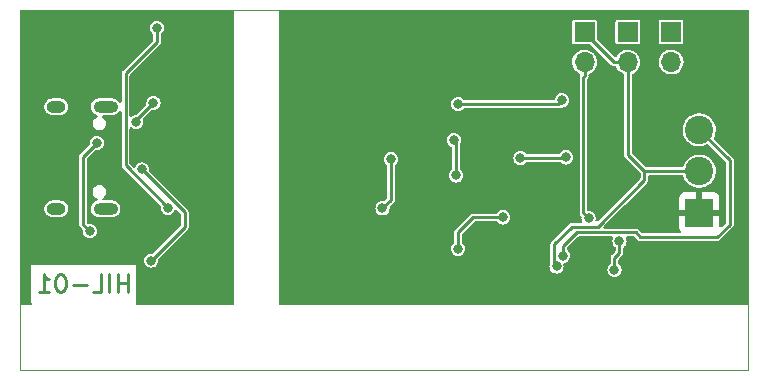
<source format=gbr>
%TF.GenerationSoftware,KiCad,Pcbnew,6.0.11-2627ca5db0~126~ubuntu20.04.1*%
%TF.CreationDate,2024-02-25T19:04:41-05:00*%
%TF.ProjectId,hil01,68696c30-312e-46b6-9963-61645f706362,rev?*%
%TF.SameCoordinates,Original*%
%TF.FileFunction,Copper,L2,Bot*%
%TF.FilePolarity,Positive*%
%FSLAX46Y46*%
G04 Gerber Fmt 4.6, Leading zero omitted, Abs format (unit mm)*
G04 Created by KiCad (PCBNEW 6.0.11-2627ca5db0~126~ubuntu20.04.1) date 2024-02-25 19:04:41*
%MOMM*%
%LPD*%
G01*
G04 APERTURE LIST*
%TA.AperFunction,Profile*%
%ADD10C,0.100000*%
%TD*%
%ADD11C,0.250000*%
%TA.AperFunction,NonConductor*%
%ADD12C,0.250000*%
%TD*%
%TA.AperFunction,ComponentPad*%
%ADD13R,2.400000X2.400000*%
%TD*%
%TA.AperFunction,ComponentPad*%
%ADD14C,2.400000*%
%TD*%
%TA.AperFunction,ComponentPad*%
%ADD15O,1.600000X1.000000*%
%TD*%
%TA.AperFunction,ComponentPad*%
%ADD16O,2.100000X1.000000*%
%TD*%
%TA.AperFunction,ComponentPad*%
%ADD17R,1.700000X1.700000*%
%TD*%
%TA.AperFunction,ComponentPad*%
%ADD18O,1.700000X1.700000*%
%TD*%
%TA.AperFunction,ViaPad*%
%ADD19C,0.800000*%
%TD*%
%TA.AperFunction,Conductor*%
%ADD20C,0.250000*%
%TD*%
G04 APERTURE END LIST*
D10*
X100000000Y-130500000D02*
X161680000Y-130500000D01*
X100000000Y-100000000D02*
X100000000Y-130500000D01*
X161680000Y-130500000D02*
X161680000Y-100000000D01*
X100000000Y-100000000D02*
X161680000Y-100000000D01*
D11*
D12*
X109160000Y-123868571D02*
X109160000Y-122368571D01*
X109160000Y-123082857D02*
X108302857Y-123082857D01*
X108302857Y-123868571D02*
X108302857Y-122368571D01*
X107588571Y-123868571D02*
X107588571Y-122368571D01*
X106160000Y-123868571D02*
X106874285Y-123868571D01*
X106874285Y-122368571D01*
X105660000Y-123297142D02*
X104517142Y-123297142D01*
X103517142Y-122368571D02*
X103374285Y-122368571D01*
X103231428Y-122440000D01*
X103160000Y-122511428D01*
X103088571Y-122654285D01*
X103017142Y-122940000D01*
X103017142Y-123297142D01*
X103088571Y-123582857D01*
X103160000Y-123725714D01*
X103231428Y-123797142D01*
X103374285Y-123868571D01*
X103517142Y-123868571D01*
X103660000Y-123797142D01*
X103731428Y-123725714D01*
X103802857Y-123582857D01*
X103874285Y-123297142D01*
X103874285Y-122940000D01*
X103802857Y-122654285D01*
X103731428Y-122511428D01*
X103660000Y-122440000D01*
X103517142Y-122368571D01*
X101588571Y-123868571D02*
X102445714Y-123868571D01*
X102017142Y-123868571D02*
X102017142Y-122368571D01*
X102160000Y-122582857D01*
X102302857Y-122725714D01*
X102445714Y-122797142D01*
D13*
%TO.P,J2,1,Pin_1*%
%TO.N,GND2*%
X157532400Y-117139600D03*
D14*
%TO.P,J2,2,Pin_2*%
%TO.N,/RS485_A*%
X157532400Y-113639600D03*
%TO.P,J2,3,Pin_3*%
%TO.N,/RS485_B*%
X157532400Y-110139600D03*
%TD*%
D15*
%TO.P,J1,S1,SHIELD*%
%TO.N,unconnected-(J1-PadS1)*%
X103090000Y-108180000D03*
D16*
X107270000Y-108180000D03*
X107270000Y-116820000D03*
D15*
X103090000Y-116820000D03*
%TD*%
D17*
%TO.P,JP1,1,A*%
%TO.N,/RS485_A*%
X147828000Y-101854000D03*
D18*
%TO.P,JP1,2,B*%
%TO.N,Net-(JP1-Pad2)*%
X147828000Y-104394000D03*
%TD*%
D17*
%TO.P,JP2,1,A*%
%TO.N,Net-(JP2-Pad1)*%
X151485600Y-101854000D03*
D18*
%TO.P,JP2,2,B*%
%TO.N,/RS485_A*%
X151485600Y-104394000D03*
%TD*%
D17*
%TO.P,JP3,1,A*%
%TO.N,/RS485_B*%
X155143200Y-101854000D03*
D18*
%TO.P,JP3,2,B*%
%TO.N,Net-(JP3-Pad2)*%
X155143200Y-104394000D03*
%TD*%
D19*
%TO.N,Net-(C1-Pad1)*%
X109867100Y-109474000D03*
X111316100Y-107848400D03*
%TO.N,GND1*%
X117703600Y-100482400D03*
X117703600Y-108813600D03*
X117652800Y-115671600D03*
X100482400Y-100482400D03*
X109169200Y-117805200D03*
X109169200Y-119532400D03*
X100482400Y-124510800D03*
X100482400Y-118313200D03*
X100482400Y-106680000D03*
X110286800Y-124510800D03*
X106781600Y-100482400D03*
X117703600Y-124510800D03*
%TO.N,Net-(C2-Pad1)*%
X112532200Y-116728200D03*
X111607600Y-101498400D03*
%TO.N,GND2*%
X135534400Y-124460000D03*
X161188400Y-100482400D03*
X161188400Y-124460000D03*
X135534400Y-100482400D03*
X145542000Y-124460000D03*
X122377200Y-100431600D03*
X122428000Y-108864400D03*
X161188400Y-107035600D03*
X122377200Y-124460000D03*
X122428000Y-115671600D03*
X161188400Y-120192800D03*
X145542000Y-100482400D03*
%TO.N,Net-(C7-Pad1)*%
X136956800Y-113995200D03*
X136753600Y-110998000D03*
%TO.N,Net-(J1-PadA6)*%
X111121300Y-121205900D03*
X110339900Y-113494100D03*
%TO.N,Net-(J1-PadA7)*%
X106527600Y-111252000D03*
X105918000Y-118719600D03*
%TO.N,/TX*%
X146253200Y-112471200D03*
X142392400Y-112522000D03*
X140919099Y-117551099D03*
X137109200Y-120192800D03*
%TO.N,/RX*%
X145897600Y-107645200D03*
X137122500Y-107950000D03*
%TO.N,Net-(R5-Pad1)*%
X131437738Y-112631986D03*
X130708400Y-116789200D03*
%TO.N,Net-(JP1-Pad2)*%
X148157800Y-117602000D03*
X150354700Y-121970800D03*
X150774400Y-119545700D03*
%TO.N,/RS485_B*%
X145997900Y-120784900D03*
%TO.N,/RS485_A*%
X145450800Y-121706100D03*
%TD*%
D20*
%TO.N,Net-(C1-Pad1)*%
X109867100Y-109474000D02*
X109867100Y-109297400D01*
X109867100Y-109297400D02*
X111316100Y-107848400D01*
%TO.N,GND1*%
X109169200Y-119532400D02*
X109169200Y-117805200D01*
%TO.N,Net-(C2-Pad1)*%
X112532200Y-116728200D02*
X108958200Y-113154200D01*
X108958200Y-113154200D02*
X108958200Y-105367000D01*
X108958200Y-105367000D02*
X111607600Y-102717600D01*
X111607600Y-102717600D02*
X111607600Y-101498400D01*
%TO.N,Net-(C7-Pad1)*%
X136956800Y-111201200D02*
X136753600Y-110998000D01*
X136956800Y-113995200D02*
X136956800Y-111201200D01*
%TO.N,Net-(J1-PadA6)*%
X111121300Y-121205900D02*
X113965200Y-118362000D01*
X113965200Y-118362000D02*
X113965200Y-117119400D01*
X113965200Y-117119400D02*
X110339900Y-113494100D01*
%TO.N,Net-(J1-PadA7)*%
X105918000Y-118719600D02*
X105359200Y-118160800D01*
X105359200Y-118160800D02*
X105359200Y-112420400D01*
X105359200Y-112420400D02*
X106527600Y-111252000D01*
%TO.N,/TX*%
X140919099Y-117551099D02*
X138379301Y-117551099D01*
X146202400Y-112522000D02*
X146253200Y-112471200D01*
X137109200Y-118821200D02*
X137109200Y-120192800D01*
X142392400Y-112522000D02*
X146202400Y-112522000D01*
X138379301Y-117551099D02*
X137109200Y-118821200D01*
%TO.N,/RX*%
X145592800Y-107950000D02*
X145897600Y-107645200D01*
X137122500Y-107950000D02*
X145592800Y-107950000D01*
%TO.N,Net-(R5-Pad1)*%
X131437738Y-116059862D02*
X130708400Y-116789200D01*
X131437738Y-112631986D02*
X131437738Y-116059862D01*
%TO.N,Net-(JP1-Pad2)*%
X147726400Y-105670900D02*
X147828000Y-105569300D01*
X147726400Y-117170600D02*
X147726400Y-105670900D01*
X150354700Y-120968100D02*
X150774400Y-120548400D01*
X147828000Y-105569300D02*
X147828000Y-104394000D01*
X150354700Y-121970800D02*
X150354700Y-120968100D01*
X148157800Y-117602000D02*
X147726400Y-117170600D01*
X150774400Y-120548400D02*
X150774400Y-119545700D01*
%TO.N,/RS485_B*%
X160121600Y-118160800D02*
X160121600Y-112728800D01*
X147168100Y-118820700D02*
X152145500Y-118820700D01*
X160121600Y-112728800D02*
X157532400Y-110139600D01*
X159054800Y-119227600D02*
X160121600Y-118160800D01*
X145997900Y-119990900D02*
X147168100Y-118820700D01*
X152552400Y-119227600D02*
X159054800Y-119227600D01*
X152145500Y-118820700D02*
X152552400Y-119227600D01*
X145997900Y-120784900D02*
X145997900Y-119990900D01*
%TO.N,/RS485_A*%
X151485600Y-104394000D02*
X151485600Y-112237900D01*
X145260700Y-121516000D02*
X145450800Y-121706100D01*
X148931400Y-118327000D02*
X146747400Y-118327000D01*
X145260700Y-119813700D02*
X145260700Y-121516000D01*
X151485600Y-112237900D02*
X152887300Y-113639600D01*
X152887300Y-114371100D02*
X148931400Y-118327000D01*
X146747400Y-118327000D02*
X145260700Y-119813700D01*
X151485600Y-104394000D02*
X150310300Y-104394000D01*
X152887300Y-113639600D02*
X152887300Y-114371100D01*
X152887300Y-113639600D02*
X157532400Y-113639600D01*
X147828000Y-101911700D02*
X147828000Y-101854000D01*
X150310300Y-104394000D02*
X147828000Y-101911700D01*
%TD*%
%TA.AperFunction,Conductor*%
%TO.N,GND1*%
G36*
X118052121Y-100021002D02*
G01*
X118098614Y-100074658D01*
X118110000Y-100127000D01*
X118110000Y-124864749D01*
X118089998Y-124932870D01*
X118036342Y-124979363D01*
X117984066Y-124990749D01*
X115352660Y-124992102D01*
X109930418Y-124994891D01*
X109862287Y-124974924D01*
X109815766Y-124921292D01*
X109805626Y-124851023D01*
X109835128Y-124786379D01*
X109835890Y-124785500D01*
X109842643Y-124785500D01*
X109842643Y-121594500D01*
X100977357Y-121594500D01*
X100977357Y-124785500D01*
X100982676Y-124785500D01*
X100983685Y-124788938D01*
X101015242Y-124838040D01*
X101015242Y-124909036D01*
X100976859Y-124968763D01*
X100912279Y-124998256D01*
X100894411Y-124999539D01*
X100127065Y-124999934D01*
X100058934Y-124979967D01*
X100012413Y-124926335D01*
X100001000Y-124873934D01*
X100001000Y-118189607D01*
X105029936Y-118189607D01*
X105032790Y-118200256D01*
X105039691Y-118226010D01*
X105042070Y-118236742D01*
X105048612Y-118273845D01*
X105054123Y-118283390D01*
X105055315Y-118286666D01*
X105056792Y-118289834D01*
X105059646Y-118300484D01*
X105065970Y-118309515D01*
X105081255Y-118331344D01*
X105087161Y-118340615D01*
X105094469Y-118353272D01*
X105106006Y-118373255D01*
X105134882Y-118397485D01*
X105142985Y-118404911D01*
X105285291Y-118547217D01*
X105319317Y-118609529D01*
X105321118Y-118652757D01*
X105312318Y-118719600D01*
X105332956Y-118876362D01*
X105393464Y-119022441D01*
X105489718Y-119147882D01*
X105615159Y-119244136D01*
X105761238Y-119304644D01*
X105918000Y-119325282D01*
X105926188Y-119324204D01*
X106066574Y-119305722D01*
X106074762Y-119304644D01*
X106220841Y-119244136D01*
X106346282Y-119147882D01*
X106442536Y-119022441D01*
X106503044Y-118876362D01*
X106523682Y-118719600D01*
X106503044Y-118562838D01*
X106442536Y-118416759D01*
X106346282Y-118291318D01*
X106220841Y-118195064D01*
X106074762Y-118134556D01*
X105918000Y-118113918D01*
X105851157Y-118122718D01*
X105781010Y-118111779D01*
X105745617Y-118086891D01*
X105721605Y-118062879D01*
X105687579Y-118000567D01*
X105684700Y-117973784D01*
X105684700Y-116901105D01*
X106019031Y-116901105D01*
X106020805Y-116908492D01*
X106020805Y-116908496D01*
X106037904Y-116979716D01*
X106058612Y-117065968D01*
X106062093Y-117072712D01*
X106062094Y-117072715D01*
X106096357Y-117139098D01*
X106136375Y-117216631D01*
X106141367Y-117222353D01*
X106141368Y-117222355D01*
X106163486Y-117247709D01*
X106247831Y-117344396D01*
X106254045Y-117348763D01*
X106380330Y-117437518D01*
X106380332Y-117437519D01*
X106386547Y-117441887D01*
X106544513Y-117503476D01*
X106552046Y-117504468D01*
X106552047Y-117504468D01*
X106669739Y-117519962D01*
X106673826Y-117520500D01*
X107862516Y-117520500D01*
X107988320Y-117505276D01*
X108146923Y-117445345D01*
X108286651Y-117349312D01*
X108301359Y-117332804D01*
X108394388Y-117228392D01*
X108394390Y-117228388D01*
X108399440Y-117222721D01*
X108406238Y-117209883D01*
X108449531Y-117128116D01*
X108478776Y-117072881D01*
X108520081Y-116908441D01*
X108520149Y-116895576D01*
X108520929Y-116746495D01*
X108520969Y-116738895D01*
X108518402Y-116728200D01*
X108483161Y-116581417D01*
X108481388Y-116574032D01*
X108403625Y-116423369D01*
X108398313Y-116417279D01*
X108297163Y-116301329D01*
X108292169Y-116295604D01*
X108233649Y-116254475D01*
X108159670Y-116202482D01*
X108159668Y-116202481D01*
X108153453Y-116198113D01*
X107995487Y-116136524D01*
X107987954Y-116135532D01*
X107987953Y-116135532D01*
X107870261Y-116120038D01*
X107870260Y-116120038D01*
X107866174Y-116119500D01*
X107105482Y-116119500D01*
X107037361Y-116099498D01*
X106990868Y-116045842D01*
X106980764Y-115975568D01*
X107010258Y-115910988D01*
X107031077Y-115893798D01*
X107030233Y-115892698D01*
X107143901Y-115805477D01*
X107150451Y-115800451D01*
X107242698Y-115680233D01*
X107300687Y-115540236D01*
X107320466Y-115390000D01*
X107300687Y-115239764D01*
X107242698Y-115099767D01*
X107150451Y-114979549D01*
X107030233Y-114887302D01*
X106890236Y-114829313D01*
X106777720Y-114814500D01*
X106702280Y-114814500D01*
X106589764Y-114829313D01*
X106449767Y-114887302D01*
X106329549Y-114979549D01*
X106237302Y-115099767D01*
X106179313Y-115239764D01*
X106159534Y-115390000D01*
X106179313Y-115540236D01*
X106237302Y-115680233D01*
X106329549Y-115800451D01*
X106449767Y-115892698D01*
X106509928Y-115917617D01*
X106565207Y-115962166D01*
X106587628Y-116029529D01*
X106570069Y-116098321D01*
X106518107Y-116146699D01*
X106506245Y-116151892D01*
X106393077Y-116194655D01*
X106253349Y-116290688D01*
X106248297Y-116296358D01*
X106248296Y-116296359D01*
X106145612Y-116411608D01*
X106145610Y-116411612D01*
X106140560Y-116417279D01*
X106137008Y-116423988D01*
X106137007Y-116423989D01*
X106104746Y-116484920D01*
X106061224Y-116567119D01*
X106019919Y-116731559D01*
X106019879Y-116739157D01*
X106019879Y-116739159D01*
X106019475Y-116816332D01*
X106019031Y-116901105D01*
X105684700Y-116901105D01*
X105684700Y-112607416D01*
X105704702Y-112539295D01*
X105721605Y-112518321D01*
X106355217Y-111884709D01*
X106417529Y-111850683D01*
X106460757Y-111848882D01*
X106527600Y-111857682D01*
X106535788Y-111856604D01*
X106676174Y-111838122D01*
X106684362Y-111837044D01*
X106830441Y-111776536D01*
X106955882Y-111680282D01*
X107052136Y-111554841D01*
X107112644Y-111408762D01*
X107133282Y-111252000D01*
X107112644Y-111095238D01*
X107052136Y-110949159D01*
X106955882Y-110823718D01*
X106830441Y-110727464D01*
X106684362Y-110666956D01*
X106527600Y-110646318D01*
X106370838Y-110666956D01*
X106224759Y-110727464D01*
X106099318Y-110823718D01*
X106003064Y-110949159D01*
X105942556Y-111095238D01*
X105921918Y-111252000D01*
X105922996Y-111260188D01*
X105930718Y-111318842D01*
X105919779Y-111388990D01*
X105894891Y-111424383D01*
X105142985Y-112176289D01*
X105134881Y-112183716D01*
X105106006Y-112207945D01*
X105100493Y-112217494D01*
X105087161Y-112240585D01*
X105081255Y-112249856D01*
X105059646Y-112280716D01*
X105056792Y-112291366D01*
X105055315Y-112294534D01*
X105054123Y-112297810D01*
X105048612Y-112307355D01*
X105042662Y-112341099D01*
X105042070Y-112344458D01*
X105039692Y-112355185D01*
X105029936Y-112391593D01*
X105030897Y-112402578D01*
X105030897Y-112402580D01*
X105033220Y-112429128D01*
X105033700Y-112440110D01*
X105033700Y-118141090D01*
X105033220Y-118152072D01*
X105029936Y-118189607D01*
X100001000Y-118189607D01*
X100001000Y-116901105D01*
X102089031Y-116901105D01*
X102090805Y-116908492D01*
X102090805Y-116908496D01*
X102107904Y-116979716D01*
X102128612Y-117065968D01*
X102132093Y-117072712D01*
X102132094Y-117072715D01*
X102166357Y-117139098D01*
X102206375Y-117216631D01*
X102211367Y-117222353D01*
X102211368Y-117222355D01*
X102233486Y-117247709D01*
X102317831Y-117344396D01*
X102324045Y-117348763D01*
X102450330Y-117437518D01*
X102450332Y-117437519D01*
X102456547Y-117441887D01*
X102614513Y-117503476D01*
X102622046Y-117504468D01*
X102622047Y-117504468D01*
X102739739Y-117519962D01*
X102743826Y-117520500D01*
X103432516Y-117520500D01*
X103558320Y-117505276D01*
X103716923Y-117445345D01*
X103856651Y-117349312D01*
X103871359Y-117332804D01*
X103964388Y-117228392D01*
X103964390Y-117228388D01*
X103969440Y-117222721D01*
X103976238Y-117209883D01*
X104019531Y-117128116D01*
X104048776Y-117072881D01*
X104090081Y-116908441D01*
X104090149Y-116895576D01*
X104090929Y-116746495D01*
X104090969Y-116738895D01*
X104088402Y-116728200D01*
X104053161Y-116581417D01*
X104051388Y-116574032D01*
X103973625Y-116423369D01*
X103968313Y-116417279D01*
X103867163Y-116301329D01*
X103862169Y-116295604D01*
X103803649Y-116254475D01*
X103729670Y-116202482D01*
X103729668Y-116202481D01*
X103723453Y-116198113D01*
X103565487Y-116136524D01*
X103557954Y-116135532D01*
X103557953Y-116135532D01*
X103440261Y-116120038D01*
X103440260Y-116120038D01*
X103436174Y-116119500D01*
X102747484Y-116119500D01*
X102621680Y-116134724D01*
X102463077Y-116194655D01*
X102323349Y-116290688D01*
X102318297Y-116296358D01*
X102318296Y-116296359D01*
X102215612Y-116411608D01*
X102215610Y-116411612D01*
X102210560Y-116417279D01*
X102207008Y-116423988D01*
X102207007Y-116423989D01*
X102174746Y-116484920D01*
X102131224Y-116567119D01*
X102089919Y-116731559D01*
X102089879Y-116739157D01*
X102089879Y-116739159D01*
X102089475Y-116816332D01*
X102089031Y-116901105D01*
X100001000Y-116901105D01*
X100001000Y-108261105D01*
X102089031Y-108261105D01*
X102090805Y-108268492D01*
X102090805Y-108268496D01*
X102125220Y-108411838D01*
X102128612Y-108425968D01*
X102132093Y-108432712D01*
X102132094Y-108432715D01*
X102157072Y-108481109D01*
X102206375Y-108576631D01*
X102211367Y-108582353D01*
X102211368Y-108582355D01*
X102216637Y-108588395D01*
X102317831Y-108704396D01*
X102324045Y-108708763D01*
X102450330Y-108797518D01*
X102450332Y-108797519D01*
X102456547Y-108801887D01*
X102614513Y-108863476D01*
X102622046Y-108864468D01*
X102622047Y-108864468D01*
X102729682Y-108878638D01*
X102743826Y-108880500D01*
X103432516Y-108880500D01*
X103558320Y-108865276D01*
X103716923Y-108805345D01*
X103856651Y-108709312D01*
X103911660Y-108647572D01*
X103964388Y-108588392D01*
X103964390Y-108588388D01*
X103969440Y-108582721D01*
X103976238Y-108569883D01*
X104023241Y-108481109D01*
X104048776Y-108432881D01*
X104090081Y-108268441D01*
X104090119Y-108261105D01*
X106019031Y-108261105D01*
X106020805Y-108268492D01*
X106020805Y-108268496D01*
X106055220Y-108411838D01*
X106058612Y-108425968D01*
X106062093Y-108432712D01*
X106062094Y-108432715D01*
X106087072Y-108481109D01*
X106136375Y-108576631D01*
X106141367Y-108582353D01*
X106141368Y-108582355D01*
X106146637Y-108588395D01*
X106247831Y-108704396D01*
X106254045Y-108708763D01*
X106380330Y-108797518D01*
X106380332Y-108797519D01*
X106386547Y-108801887D01*
X106393623Y-108804646D01*
X106393627Y-108804648D01*
X106506912Y-108848816D01*
X106563114Y-108892197D01*
X106586940Y-108959076D01*
X106570826Y-109028220D01*
X106519889Y-109077676D01*
X106509367Y-109082615D01*
X106449767Y-109107302D01*
X106329549Y-109199549D01*
X106237302Y-109319767D01*
X106179313Y-109459764D01*
X106159534Y-109610000D01*
X106179313Y-109760236D01*
X106237302Y-109900233D01*
X106329549Y-110020451D01*
X106449767Y-110112698D01*
X106589764Y-110170687D01*
X106702280Y-110185500D01*
X106777720Y-110185500D01*
X106890236Y-110170687D01*
X107030233Y-110112698D01*
X107150451Y-110020451D01*
X107242698Y-109900233D01*
X107300687Y-109760236D01*
X107320466Y-109610000D01*
X107300687Y-109459764D01*
X107242698Y-109319767D01*
X107150451Y-109199549D01*
X107030233Y-109107302D01*
X107032159Y-109104792D01*
X106993490Y-109064239D01*
X106980052Y-108994526D01*
X107006438Y-108928614D01*
X107064269Y-108887431D01*
X107105482Y-108880500D01*
X107862516Y-108880500D01*
X107988320Y-108865276D01*
X108146923Y-108805345D01*
X108286651Y-108709312D01*
X108399440Y-108582721D01*
X108402994Y-108576009D01*
X108403237Y-108575659D01*
X108458541Y-108531139D01*
X108529135Y-108523585D01*
X108592605Y-108555397D01*
X108628802Y-108616473D01*
X108632700Y-108647572D01*
X108632700Y-113134490D01*
X108632220Y-113145472D01*
X108628936Y-113183007D01*
X108631790Y-113193656D01*
X108638691Y-113219410D01*
X108641070Y-113230142D01*
X108647612Y-113267245D01*
X108653123Y-113276790D01*
X108654315Y-113280066D01*
X108655792Y-113283234D01*
X108658646Y-113293884D01*
X108680255Y-113324744D01*
X108686161Y-113334015D01*
X108688080Y-113337338D01*
X108705006Y-113366655D01*
X108713451Y-113373741D01*
X108733882Y-113390885D01*
X108741985Y-113398311D01*
X111899491Y-116555818D01*
X111933517Y-116618130D01*
X111935318Y-116661358D01*
X111926518Y-116728200D01*
X111947156Y-116884962D01*
X112007664Y-117031041D01*
X112103918Y-117156482D01*
X112229359Y-117252736D01*
X112375438Y-117313244D01*
X112532200Y-117333882D01*
X112540388Y-117332804D01*
X112680774Y-117314322D01*
X112688962Y-117313244D01*
X112835041Y-117252736D01*
X112960482Y-117156482D01*
X113056736Y-117031041D01*
X113089950Y-116950856D01*
X113134497Y-116895576D01*
X113201860Y-116873155D01*
X113270652Y-116890713D01*
X113295453Y-116909979D01*
X113450991Y-117065518D01*
X113602796Y-117217323D01*
X113636821Y-117279635D01*
X113639700Y-117306418D01*
X113639700Y-118174984D01*
X113619698Y-118243105D01*
X113602795Y-118264079D01*
X111293683Y-120573191D01*
X111231371Y-120607217D01*
X111188143Y-120609018D01*
X111121300Y-120600218D01*
X110964538Y-120620856D01*
X110818459Y-120681364D01*
X110693018Y-120777618D01*
X110596764Y-120903059D01*
X110536256Y-121049138D01*
X110515618Y-121205900D01*
X110536256Y-121362662D01*
X110596764Y-121508741D01*
X110693018Y-121634182D01*
X110818459Y-121730436D01*
X110964538Y-121790944D01*
X111121300Y-121811582D01*
X111129488Y-121810504D01*
X111269874Y-121792022D01*
X111278062Y-121790944D01*
X111424141Y-121730436D01*
X111549582Y-121634182D01*
X111645836Y-121508741D01*
X111706344Y-121362662D01*
X111726982Y-121205900D01*
X111718182Y-121139057D01*
X111729121Y-121068910D01*
X111754009Y-121033517D01*
X114181415Y-118606111D01*
X114189519Y-118598684D01*
X114209949Y-118581541D01*
X114218394Y-118574455D01*
X114225101Y-118562838D01*
X114237239Y-118541815D01*
X114243145Y-118532544D01*
X114258430Y-118510715D01*
X114264754Y-118501684D01*
X114267608Y-118491034D01*
X114269085Y-118487866D01*
X114270277Y-118484590D01*
X114275788Y-118475045D01*
X114282330Y-118437942D01*
X114284709Y-118427210D01*
X114285465Y-118424389D01*
X114294464Y-118390807D01*
X114292929Y-118373255D01*
X114291180Y-118353272D01*
X114290700Y-118342290D01*
X114290700Y-117139098D01*
X114291180Y-117128116D01*
X114293502Y-117101580D01*
X114293502Y-117101578D01*
X114294463Y-117090593D01*
X114291515Y-117079589D01*
X114284712Y-117054204D01*
X114282332Y-117043469D01*
X114277702Y-117017212D01*
X114275788Y-117006355D01*
X114270276Y-116996807D01*
X114269083Y-116993530D01*
X114267606Y-116990362D01*
X114264753Y-116979716D01*
X114243142Y-116948852D01*
X114237238Y-116939584D01*
X114218394Y-116906945D01*
X114189531Y-116882726D01*
X114181427Y-116875300D01*
X110972609Y-113666483D01*
X110938583Y-113604171D01*
X110936782Y-113560942D01*
X110944504Y-113502288D01*
X110945582Y-113494100D01*
X110928804Y-113366655D01*
X110926022Y-113345526D01*
X110924944Y-113337338D01*
X110921596Y-113329254D01*
X110914581Y-113312320D01*
X110864436Y-113191259D01*
X110768182Y-113065818D01*
X110755751Y-113056279D01*
X110707655Y-113019374D01*
X110642741Y-112969564D01*
X110496662Y-112909056D01*
X110339900Y-112888418D01*
X110183138Y-112909056D01*
X110037059Y-112969564D01*
X109972145Y-113019374D01*
X109924050Y-113056279D01*
X109911618Y-113065818D01*
X109815364Y-113191259D01*
X109812204Y-113198888D01*
X109812201Y-113198893D01*
X109782149Y-113271444D01*
X109737601Y-113326725D01*
X109670237Y-113349145D01*
X109601446Y-113331586D01*
X109576646Y-113312320D01*
X109320605Y-113056279D01*
X109286579Y-112993967D01*
X109283700Y-112967184D01*
X109283700Y-110038759D01*
X109303702Y-109970638D01*
X109357358Y-109924145D01*
X109427632Y-109914041D01*
X109486404Y-109938796D01*
X109564259Y-109998536D01*
X109710338Y-110059044D01*
X109867100Y-110079682D01*
X109875288Y-110078604D01*
X110015674Y-110060122D01*
X110023862Y-110059044D01*
X110169941Y-109998536D01*
X110295382Y-109902282D01*
X110391636Y-109776841D01*
X110452144Y-109630762D01*
X110472782Y-109474000D01*
X110452144Y-109317238D01*
X110448984Y-109309610D01*
X110448983Y-109309605D01*
X110442023Y-109292802D01*
X110434434Y-109222212D01*
X110469337Y-109155490D01*
X111143718Y-108481109D01*
X111206030Y-108447083D01*
X111249258Y-108445282D01*
X111316100Y-108454082D01*
X111324288Y-108453004D01*
X111464674Y-108434522D01*
X111472862Y-108433444D01*
X111618941Y-108372936D01*
X111744382Y-108276682D01*
X111840636Y-108151241D01*
X111901144Y-108005162D01*
X111921782Y-107848400D01*
X111901144Y-107691638D01*
X111840636Y-107545559D01*
X111744382Y-107420118D01*
X111618941Y-107323864D01*
X111472862Y-107263356D01*
X111316100Y-107242718D01*
X111159338Y-107263356D01*
X111013259Y-107323864D01*
X110887818Y-107420118D01*
X110791564Y-107545559D01*
X110731056Y-107691638D01*
X110710418Y-107848400D01*
X110719218Y-107915241D01*
X110708279Y-107985388D01*
X110683392Y-108020781D01*
X109861363Y-108842811D01*
X109799050Y-108876836D01*
X109788717Y-108878637D01*
X109730281Y-108886330D01*
X109721922Y-108887431D01*
X109710338Y-108888956D01*
X109702709Y-108892116D01*
X109692047Y-108896532D01*
X109564259Y-108949464D01*
X109505533Y-108994526D01*
X109486404Y-109009204D01*
X109420183Y-109034804D01*
X109350635Y-109020539D01*
X109299839Y-108970938D01*
X109283700Y-108909241D01*
X109283700Y-105554016D01*
X109303702Y-105485895D01*
X109320605Y-105464921D01*
X111823822Y-102961705D01*
X111831926Y-102954278D01*
X111852349Y-102937141D01*
X111860794Y-102930055D01*
X111879639Y-102897415D01*
X111885543Y-102888147D01*
X111900831Y-102866313D01*
X111907153Y-102857284D01*
X111910006Y-102846638D01*
X111911483Y-102843470D01*
X111912676Y-102840193D01*
X111918188Y-102830645D01*
X111924732Y-102793531D01*
X111927112Y-102782796D01*
X111934010Y-102757054D01*
X111936863Y-102746407D01*
X111933579Y-102708869D01*
X111933100Y-102697888D01*
X111933100Y-102067686D01*
X111953102Y-101999565D01*
X111982396Y-101967723D01*
X112029336Y-101931705D01*
X112035882Y-101926682D01*
X112132136Y-101801241D01*
X112192644Y-101655162D01*
X112213282Y-101498400D01*
X112192644Y-101341638D01*
X112132136Y-101195559D01*
X112035882Y-101070118D01*
X111910441Y-100973864D01*
X111764362Y-100913356D01*
X111607600Y-100892718D01*
X111450838Y-100913356D01*
X111304759Y-100973864D01*
X111179318Y-101070118D01*
X111083064Y-101195559D01*
X111022556Y-101341638D01*
X111001918Y-101498400D01*
X111022556Y-101655162D01*
X111083064Y-101801241D01*
X111179318Y-101926682D01*
X111185864Y-101931705D01*
X111232804Y-101967723D01*
X111274671Y-102025061D01*
X111282100Y-102067686D01*
X111282100Y-102530583D01*
X111262098Y-102598704D01*
X111245195Y-102619678D01*
X108741984Y-105122890D01*
X108733881Y-105130316D01*
X108705006Y-105154545D01*
X108699493Y-105164094D01*
X108686161Y-105187185D01*
X108680255Y-105196456D01*
X108658646Y-105227316D01*
X108655792Y-105237966D01*
X108654315Y-105241134D01*
X108653123Y-105244410D01*
X108647612Y-105253955D01*
X108641662Y-105287699D01*
X108641070Y-105291058D01*
X108638692Y-105301785D01*
X108628936Y-105338193D01*
X108629897Y-105349178D01*
X108629897Y-105349180D01*
X108632220Y-105375728D01*
X108632700Y-105386710D01*
X108632700Y-107712497D01*
X108612698Y-107780618D01*
X108559042Y-107827111D01*
X108488768Y-107837215D01*
X108424188Y-107807721D01*
X108405137Y-107786299D01*
X108403625Y-107783369D01*
X108292169Y-107655604D01*
X108233649Y-107614475D01*
X108159670Y-107562482D01*
X108159668Y-107562481D01*
X108153453Y-107558113D01*
X107995487Y-107496524D01*
X107987954Y-107495532D01*
X107987953Y-107495532D01*
X107870261Y-107480038D01*
X107870260Y-107480038D01*
X107866174Y-107479500D01*
X106677484Y-107479500D01*
X106551680Y-107494724D01*
X106393077Y-107554655D01*
X106253349Y-107650688D01*
X106248297Y-107656358D01*
X106248296Y-107656359D01*
X106145612Y-107771608D01*
X106145610Y-107771612D01*
X106140560Y-107777279D01*
X106137008Y-107783988D01*
X106137007Y-107783989D01*
X106124442Y-107807721D01*
X106061224Y-107927119D01*
X106019919Y-108091559D01*
X106019031Y-108261105D01*
X104090119Y-108261105D01*
X104090969Y-108098895D01*
X104066500Y-107996974D01*
X104053161Y-107941417D01*
X104051388Y-107934032D01*
X104041689Y-107915239D01*
X103977108Y-107790117D01*
X103977108Y-107790116D01*
X103973625Y-107783369D01*
X103968313Y-107777279D01*
X103867163Y-107661329D01*
X103862169Y-107655604D01*
X103803649Y-107614475D01*
X103729670Y-107562482D01*
X103729668Y-107562481D01*
X103723453Y-107558113D01*
X103565487Y-107496524D01*
X103557954Y-107495532D01*
X103557953Y-107495532D01*
X103440261Y-107480038D01*
X103440260Y-107480038D01*
X103436174Y-107479500D01*
X102747484Y-107479500D01*
X102621680Y-107494724D01*
X102463077Y-107554655D01*
X102323349Y-107650688D01*
X102318297Y-107656358D01*
X102318296Y-107656359D01*
X102215612Y-107771608D01*
X102215610Y-107771612D01*
X102210560Y-107777279D01*
X102207008Y-107783988D01*
X102207007Y-107783989D01*
X102194442Y-107807721D01*
X102131224Y-107927119D01*
X102089919Y-108091559D01*
X102089031Y-108261105D01*
X100001000Y-108261105D01*
X100001000Y-100127000D01*
X100021002Y-100058879D01*
X100074658Y-100012386D01*
X100127000Y-100001000D01*
X117984000Y-100001000D01*
X118052121Y-100021002D01*
G37*
%TD.AperFunction*%
%TD*%
%TA.AperFunction,Conductor*%
%TO.N,GND2*%
G36*
X161621121Y-100021002D02*
G01*
X161667614Y-100074658D01*
X161679000Y-100127000D01*
X161679000Y-124842335D01*
X161658998Y-124910456D01*
X161605342Y-124956949D01*
X161553066Y-124968335D01*
X138116705Y-124980392D01*
X122046065Y-124988659D01*
X121977934Y-124968692D01*
X121931413Y-124915060D01*
X121920000Y-124862659D01*
X121920000Y-121706100D01*
X144845118Y-121706100D01*
X144865756Y-121862862D01*
X144926264Y-122008941D01*
X145022518Y-122134382D01*
X145147959Y-122230636D01*
X145294038Y-122291144D01*
X145450800Y-122311782D01*
X145458988Y-122310704D01*
X145599374Y-122292222D01*
X145607562Y-122291144D01*
X145753641Y-122230636D01*
X145879082Y-122134382D01*
X145975336Y-122008941D01*
X146035844Y-121862862D01*
X146056482Y-121706100D01*
X146035844Y-121549338D01*
X146032684Y-121541709D01*
X146030546Y-121533730D01*
X146033000Y-121533073D01*
X146026771Y-121475182D01*
X146058545Y-121411692D01*
X146119600Y-121375460D01*
X146134325Y-121372621D01*
X146154662Y-121369944D01*
X146300741Y-121309436D01*
X146426182Y-121213182D01*
X146522436Y-121087741D01*
X146582944Y-120941662D01*
X146603582Y-120784900D01*
X146582944Y-120628138D01*
X146576921Y-120613596D01*
X146530775Y-120502192D01*
X146522436Y-120482059D01*
X146426182Y-120356618D01*
X146416987Y-120349562D01*
X146372696Y-120315577D01*
X146330829Y-120258239D01*
X146323400Y-120215614D01*
X146323400Y-120177916D01*
X146343402Y-120109795D01*
X146360305Y-120088821D01*
X147266021Y-119183105D01*
X147328333Y-119149079D01*
X147355116Y-119146200D01*
X150101329Y-119146200D01*
X150169450Y-119166202D01*
X150215943Y-119219858D01*
X150226047Y-119290132D01*
X150217738Y-119320418D01*
X150189356Y-119388938D01*
X150188278Y-119397126D01*
X150181065Y-119451918D01*
X150168718Y-119545700D01*
X150189356Y-119702462D01*
X150249864Y-119848541D01*
X150346118Y-119973982D01*
X150352664Y-119979005D01*
X150399604Y-120015023D01*
X150441471Y-120072361D01*
X150448900Y-120114986D01*
X150448900Y-120361382D01*
X150428898Y-120429503D01*
X150411996Y-120450477D01*
X150138478Y-120723996D01*
X150130374Y-120731422D01*
X150101506Y-120755645D01*
X150095993Y-120765194D01*
X150082661Y-120788285D01*
X150076755Y-120797556D01*
X150055146Y-120828416D01*
X150052292Y-120839066D01*
X150050815Y-120842234D01*
X150049623Y-120845510D01*
X150044112Y-120855055D01*
X150038162Y-120888799D01*
X150037570Y-120892158D01*
X150035192Y-120902885D01*
X150025436Y-120939293D01*
X150026397Y-120950278D01*
X150026397Y-120950280D01*
X150028720Y-120976828D01*
X150029200Y-120987810D01*
X150029200Y-121401514D01*
X150009198Y-121469635D01*
X149979904Y-121501477D01*
X149926418Y-121542518D01*
X149830164Y-121667959D01*
X149769656Y-121814038D01*
X149749018Y-121970800D01*
X149769656Y-122127562D01*
X149830164Y-122273641D01*
X149926418Y-122399082D01*
X150051859Y-122495336D01*
X150197938Y-122555844D01*
X150354700Y-122576482D01*
X150362888Y-122575404D01*
X150503274Y-122556922D01*
X150511462Y-122555844D01*
X150657541Y-122495336D01*
X150782982Y-122399082D01*
X150879236Y-122273641D01*
X150939744Y-122127562D01*
X150960382Y-121970800D01*
X150939744Y-121814038D01*
X150879236Y-121667959D01*
X150782982Y-121542518D01*
X150729496Y-121501477D01*
X150687629Y-121444139D01*
X150680200Y-121401514D01*
X150680200Y-121155117D01*
X150700202Y-121086996D01*
X150717105Y-121066021D01*
X150841465Y-120941662D01*
X150990628Y-120792499D01*
X150998732Y-120785073D01*
X150998938Y-120784900D01*
X151027594Y-120760855D01*
X151046439Y-120728215D01*
X151052343Y-120718947D01*
X151067631Y-120697113D01*
X151073953Y-120688084D01*
X151076806Y-120677438D01*
X151078283Y-120674270D01*
X151079476Y-120670993D01*
X151084988Y-120661445D01*
X151091532Y-120624331D01*
X151093912Y-120613596D01*
X151100810Y-120587854D01*
X151103663Y-120577207D01*
X151100379Y-120539669D01*
X151099900Y-120528688D01*
X151099900Y-120114986D01*
X151119902Y-120046865D01*
X151149196Y-120015023D01*
X151196136Y-119979005D01*
X151202682Y-119973982D01*
X151298936Y-119848541D01*
X151359444Y-119702462D01*
X151380082Y-119545700D01*
X151367735Y-119451918D01*
X151360522Y-119397126D01*
X151359444Y-119388938D01*
X151331062Y-119320418D01*
X151323473Y-119249828D01*
X151355252Y-119186341D01*
X151416310Y-119150114D01*
X151447471Y-119146200D01*
X151958483Y-119146200D01*
X152026604Y-119166202D01*
X152047579Y-119183105D01*
X152308301Y-119443828D01*
X152315727Y-119451931D01*
X152339945Y-119480794D01*
X152372584Y-119499638D01*
X152381852Y-119505542D01*
X152412716Y-119527153D01*
X152423362Y-119530006D01*
X152426530Y-119531483D01*
X152429807Y-119532676D01*
X152439355Y-119538188D01*
X152468908Y-119543399D01*
X152476469Y-119544732D01*
X152487203Y-119547112D01*
X152523593Y-119556863D01*
X152534569Y-119555903D01*
X152534572Y-119555903D01*
X152561131Y-119553579D01*
X152572112Y-119553100D01*
X159035090Y-119553100D01*
X159046072Y-119553580D01*
X159072620Y-119555903D01*
X159072622Y-119555903D01*
X159083607Y-119556864D01*
X159120015Y-119547108D01*
X159130742Y-119544730D01*
X159134101Y-119544138D01*
X159167845Y-119538188D01*
X159177390Y-119532677D01*
X159180666Y-119531485D01*
X159183834Y-119530008D01*
X159194484Y-119527154D01*
X159225347Y-119505543D01*
X159234615Y-119499639D01*
X159257706Y-119486307D01*
X159267255Y-119480794D01*
X159291485Y-119451917D01*
X159298911Y-119443815D01*
X160337815Y-118404911D01*
X160345919Y-118397484D01*
X160366349Y-118380341D01*
X160374794Y-118373255D01*
X160387488Y-118351268D01*
X160393639Y-118340615D01*
X160399545Y-118331344D01*
X160414830Y-118309515D01*
X160421154Y-118300484D01*
X160424008Y-118289834D01*
X160425485Y-118286666D01*
X160426677Y-118283390D01*
X160432188Y-118273845D01*
X160438730Y-118236742D01*
X160441109Y-118226010D01*
X160448010Y-118200256D01*
X160450864Y-118189607D01*
X160447580Y-118152072D01*
X160447100Y-118141090D01*
X160447100Y-112748510D01*
X160447580Y-112737528D01*
X160449903Y-112710980D01*
X160449903Y-112710978D01*
X160450864Y-112699993D01*
X160441108Y-112663585D01*
X160438730Y-112652858D01*
X160435685Y-112635591D01*
X160432188Y-112615755D01*
X160426677Y-112606210D01*
X160425485Y-112602934D01*
X160424008Y-112599766D01*
X160421154Y-112589116D01*
X160399545Y-112558256D01*
X160393639Y-112548985D01*
X160380307Y-112525894D01*
X160374794Y-112516345D01*
X160345917Y-112492115D01*
X160337815Y-112484689D01*
X158794111Y-110940985D01*
X158760085Y-110878673D01*
X158765150Y-110807858D01*
X158770249Y-110796063D01*
X158807648Y-110720391D01*
X158839015Y-110656925D01*
X158893228Y-110478491D01*
X158904459Y-110441527D01*
X158904460Y-110441521D01*
X158905963Y-110436575D01*
X158936022Y-110208249D01*
X158937700Y-110139600D01*
X158918830Y-109910078D01*
X158862726Y-109686720D01*
X158770896Y-109475524D01*
X158645805Y-109282163D01*
X158625174Y-109259489D01*
X158494290Y-109115651D01*
X158494289Y-109115650D01*
X158490812Y-109111829D01*
X158486761Y-109108630D01*
X158486757Y-109108626D01*
X158314135Y-108972297D01*
X158314130Y-108972293D01*
X158310081Y-108969096D01*
X158305565Y-108966603D01*
X158305562Y-108966601D01*
X158112989Y-108860295D01*
X158112985Y-108860293D01*
X158108465Y-108857798D01*
X158103596Y-108856074D01*
X158103592Y-108856072D01*
X157896253Y-108782649D01*
X157896249Y-108782648D01*
X157891378Y-108780923D01*
X157886285Y-108780016D01*
X157886282Y-108780015D01*
X157790107Y-108762884D01*
X157664650Y-108740537D01*
X157578202Y-108739481D01*
X157439541Y-108737786D01*
X157439539Y-108737786D01*
X157434371Y-108737723D01*
X157206725Y-108772558D01*
X156987824Y-108844106D01*
X156783549Y-108950445D01*
X156599384Y-109088719D01*
X156440277Y-109255216D01*
X156310499Y-109445463D01*
X156308323Y-109450152D01*
X156308319Y-109450158D01*
X156296545Y-109475524D01*
X156213536Y-109654352D01*
X156151992Y-109876273D01*
X156127519Y-110105265D01*
X156127816Y-110110417D01*
X156127816Y-110110421D01*
X156133264Y-110204896D01*
X156140776Y-110335180D01*
X156141913Y-110340226D01*
X156141914Y-110340232D01*
X156163626Y-110436575D01*
X156191406Y-110559842D01*
X156193348Y-110564624D01*
X156193349Y-110564628D01*
X156276105Y-110768431D01*
X156278049Y-110773218D01*
X156398379Y-110969578D01*
X156549163Y-111143648D01*
X156726353Y-111290754D01*
X156925190Y-111406945D01*
X157140334Y-111489101D01*
X157145400Y-111490132D01*
X157145401Y-111490132D01*
X157246097Y-111510618D01*
X157366007Y-111535014D01*
X157495752Y-111539772D01*
X157590985Y-111543264D01*
X157590989Y-111543264D01*
X157596149Y-111543453D01*
X157601269Y-111542797D01*
X157601271Y-111542797D01*
X157670672Y-111533907D01*
X157824578Y-111514191D01*
X157829526Y-111512706D01*
X157829533Y-111512705D01*
X158040211Y-111449498D01*
X158040210Y-111449498D01*
X158045161Y-111448013D01*
X158189369Y-111377366D01*
X158259342Y-111365359D01*
X158324700Y-111393089D01*
X158333896Y-111401422D01*
X159759195Y-112826721D01*
X159793221Y-112889033D01*
X159796100Y-112915816D01*
X159796100Y-117973784D01*
X159776098Y-118041905D01*
X159759195Y-118062879D01*
X159455495Y-118366579D01*
X159393183Y-118400605D01*
X159322368Y-118395540D01*
X159265532Y-118352993D01*
X159240721Y-118286473D01*
X159240400Y-118277484D01*
X159240400Y-117411715D01*
X159235925Y-117396476D01*
X159234535Y-117395271D01*
X159226852Y-117393600D01*
X155842516Y-117393600D01*
X155827277Y-117398075D01*
X155826072Y-117399465D01*
X155824401Y-117407148D01*
X155824401Y-118384269D01*
X155824771Y-118391090D01*
X155830295Y-118441952D01*
X155833921Y-118457204D01*
X155879076Y-118577654D01*
X155887611Y-118593244D01*
X155968021Y-118700535D01*
X155992868Y-118767042D01*
X155977815Y-118836424D01*
X155927640Y-118886654D01*
X155867194Y-118902100D01*
X152739418Y-118902100D01*
X152671297Y-118882098D01*
X152650323Y-118865196D01*
X152389604Y-118604478D01*
X152382177Y-118596373D01*
X152357955Y-118567506D01*
X152348406Y-118561993D01*
X152325315Y-118548661D01*
X152316044Y-118542755D01*
X152294215Y-118527470D01*
X152285184Y-118521146D01*
X152274534Y-118518292D01*
X152271366Y-118516815D01*
X152268090Y-118515623D01*
X152258545Y-118510112D01*
X152224801Y-118504162D01*
X152221442Y-118503570D01*
X152210715Y-118501192D01*
X152174307Y-118491436D01*
X152163322Y-118492397D01*
X152163320Y-118492397D01*
X152136772Y-118494720D01*
X152125790Y-118495200D01*
X149527716Y-118495200D01*
X149459595Y-118475198D01*
X149413102Y-118421542D01*
X149402998Y-118351268D01*
X149432492Y-118286688D01*
X149438621Y-118280105D01*
X150851242Y-116867485D01*
X155824400Y-116867485D01*
X155828875Y-116882724D01*
X155830265Y-116883929D01*
X155837948Y-116885600D01*
X157260285Y-116885600D01*
X157275524Y-116881125D01*
X157276729Y-116879735D01*
X157278400Y-116872052D01*
X157278400Y-116867485D01*
X157786400Y-116867485D01*
X157790875Y-116882724D01*
X157792265Y-116883929D01*
X157799948Y-116885600D01*
X159222284Y-116885600D01*
X159237523Y-116881125D01*
X159238728Y-116879735D01*
X159240399Y-116872052D01*
X159240399Y-115894931D01*
X159240029Y-115888110D01*
X159234505Y-115837248D01*
X159230879Y-115821996D01*
X159185724Y-115701546D01*
X159177186Y-115685951D01*
X159100685Y-115583876D01*
X159088124Y-115571315D01*
X158986049Y-115494814D01*
X158970454Y-115486276D01*
X158850006Y-115441122D01*
X158834751Y-115437495D01*
X158783886Y-115431969D01*
X158777072Y-115431600D01*
X157804515Y-115431600D01*
X157789276Y-115436075D01*
X157788071Y-115437465D01*
X157786400Y-115445148D01*
X157786400Y-116867485D01*
X157278400Y-116867485D01*
X157278400Y-115449716D01*
X157273925Y-115434477D01*
X157272535Y-115433272D01*
X157264852Y-115431601D01*
X156287731Y-115431601D01*
X156280910Y-115431971D01*
X156230048Y-115437495D01*
X156214796Y-115441121D01*
X156094346Y-115486276D01*
X156078751Y-115494814D01*
X155976676Y-115571315D01*
X155964115Y-115583876D01*
X155887614Y-115685951D01*
X155879076Y-115701546D01*
X155833922Y-115821994D01*
X155830295Y-115837249D01*
X155824769Y-115888114D01*
X155824400Y-115894928D01*
X155824400Y-116867485D01*
X150851242Y-116867485D01*
X151224738Y-116493989D01*
X153103522Y-114615205D01*
X153111626Y-114607778D01*
X153132049Y-114590641D01*
X153140494Y-114583555D01*
X153159339Y-114550915D01*
X153165243Y-114541647D01*
X153180531Y-114519813D01*
X153186853Y-114510784D01*
X153189706Y-114500138D01*
X153191183Y-114496970D01*
X153192376Y-114493693D01*
X153197888Y-114484145D01*
X153204432Y-114447031D01*
X153206812Y-114436296D01*
X153213710Y-114410554D01*
X153216563Y-114399907D01*
X153213279Y-114362369D01*
X153212800Y-114351388D01*
X153212800Y-114091100D01*
X153232802Y-114022979D01*
X153286458Y-113976486D01*
X153338800Y-113965100D01*
X156069604Y-113965100D01*
X156137725Y-113985102D01*
X156184218Y-114038758D01*
X156189840Y-114053427D01*
X156190269Y-114054795D01*
X156191406Y-114059842D01*
X156193349Y-114064628D01*
X156193350Y-114064630D01*
X156225487Y-114143774D01*
X156278049Y-114273218D01*
X156398379Y-114469578D01*
X156549163Y-114643648D01*
X156726353Y-114790754D01*
X156925190Y-114906945D01*
X157140334Y-114989101D01*
X157145400Y-114990132D01*
X157145401Y-114990132D01*
X157246097Y-115010618D01*
X157366007Y-115035014D01*
X157495752Y-115039772D01*
X157590985Y-115043264D01*
X157590989Y-115043264D01*
X157596149Y-115043453D01*
X157601269Y-115042797D01*
X157601271Y-115042797D01*
X157670672Y-115033907D01*
X157824578Y-115014191D01*
X157829526Y-115012706D01*
X157829533Y-115012705D01*
X158040211Y-114949498D01*
X158040210Y-114949498D01*
X158045161Y-114948013D01*
X158251974Y-114846696D01*
X158439462Y-114712963D01*
X158602590Y-114550403D01*
X158624627Y-114519736D01*
X158733959Y-114367583D01*
X158736977Y-114363383D01*
X158742906Y-114351388D01*
X158799799Y-114236273D01*
X158839015Y-114156925D01*
X158868511Y-114059842D01*
X158904459Y-113941527D01*
X158904460Y-113941521D01*
X158905963Y-113936575D01*
X158927310Y-113774426D01*
X158935585Y-113711571D01*
X158935585Y-113711565D01*
X158936022Y-113708249D01*
X158937700Y-113639600D01*
X158918830Y-113410078D01*
X158862726Y-113186720D01*
X158799587Y-113041509D01*
X158772956Y-112980261D01*
X158772954Y-112980258D01*
X158770896Y-112975524D01*
X158694364Y-112857224D01*
X158648615Y-112786506D01*
X158648613Y-112786503D01*
X158645805Y-112782163D01*
X158625174Y-112759489D01*
X158494290Y-112615651D01*
X158494289Y-112615650D01*
X158490812Y-112611829D01*
X158486761Y-112608630D01*
X158486757Y-112608626D01*
X158314135Y-112472297D01*
X158314130Y-112472293D01*
X158310081Y-112469096D01*
X158305565Y-112466603D01*
X158305562Y-112466601D01*
X158112989Y-112360295D01*
X158112985Y-112360293D01*
X158108465Y-112357798D01*
X158103596Y-112356074D01*
X158103592Y-112356072D01*
X157896253Y-112282649D01*
X157896249Y-112282648D01*
X157891378Y-112280923D01*
X157886285Y-112280016D01*
X157886282Y-112280015D01*
X157790107Y-112262884D01*
X157664650Y-112240537D01*
X157578202Y-112239481D01*
X157439541Y-112237786D01*
X157439539Y-112237786D01*
X157434371Y-112237723D01*
X157206725Y-112272558D01*
X156987824Y-112344106D01*
X156783549Y-112450445D01*
X156599384Y-112588719D01*
X156440277Y-112755216D01*
X156437363Y-112759488D01*
X156437362Y-112759489D01*
X156350318Y-112887091D01*
X156310499Y-112945463D01*
X156308323Y-112950152D01*
X156308319Y-112950158D01*
X156223377Y-113133151D01*
X156213536Y-113154352D01*
X156194838Y-113221775D01*
X156157361Y-113282070D01*
X156093232Y-113312533D01*
X156073422Y-113314100D01*
X153074316Y-113314100D01*
X153006195Y-113294098D01*
X152985221Y-113277195D01*
X151848005Y-112139979D01*
X151813979Y-112077667D01*
X151811100Y-112050884D01*
X151811100Y-105484062D01*
X151831102Y-105415941D01*
X151880290Y-105371596D01*
X152045713Y-105288035D01*
X152045716Y-105288033D01*
X152051210Y-105285258D01*
X152213551Y-105158424D01*
X152348164Y-105002472D01*
X152368987Y-104965818D01*
X152446876Y-104828707D01*
X152449923Y-104823344D01*
X152514951Y-104627863D01*
X152540771Y-104423474D01*
X152541183Y-104394000D01*
X152539738Y-104379262D01*
X154087720Y-104379262D01*
X154104959Y-104584553D01*
X154106658Y-104590478D01*
X154143916Y-104720411D01*
X154161744Y-104782586D01*
X154164559Y-104788063D01*
X154164560Y-104788066D01*
X154185447Y-104828707D01*
X154255912Y-104965818D01*
X154383877Y-105127270D01*
X154540764Y-105260791D01*
X154720598Y-105361297D01*
X154815438Y-105392113D01*
X154910671Y-105423056D01*
X154910675Y-105423057D01*
X154916529Y-105424959D01*
X155121094Y-105449351D01*
X155127229Y-105448879D01*
X155127231Y-105448879D01*
X155183239Y-105444569D01*
X155326500Y-105433546D01*
X155332430Y-105431890D01*
X155332432Y-105431890D01*
X155518997Y-105379800D01*
X155518996Y-105379800D01*
X155524925Y-105378145D01*
X155530414Y-105375372D01*
X155530420Y-105375370D01*
X155703316Y-105288033D01*
X155708810Y-105285258D01*
X155871151Y-105158424D01*
X156005764Y-105002472D01*
X156026587Y-104965818D01*
X156104476Y-104828707D01*
X156107523Y-104823344D01*
X156172551Y-104627863D01*
X156198371Y-104423474D01*
X156198783Y-104394000D01*
X156178680Y-104188970D01*
X156119135Y-103991749D01*
X156022418Y-103809849D01*
X155949059Y-103719902D01*
X155896106Y-103654975D01*
X155896103Y-103654972D01*
X155892211Y-103650200D01*
X155874986Y-103635950D01*
X155738225Y-103522811D01*
X155738221Y-103522809D01*
X155733475Y-103518882D01*
X155552255Y-103420897D01*
X155355454Y-103359977D01*
X155349329Y-103359333D01*
X155349328Y-103359333D01*
X155156698Y-103339087D01*
X155156696Y-103339087D01*
X155150569Y-103338443D01*
X155063729Y-103346346D01*
X154951542Y-103356555D01*
X154951539Y-103356556D01*
X154945403Y-103357114D01*
X154747772Y-103415280D01*
X154565202Y-103510726D01*
X154560401Y-103514586D01*
X154560398Y-103514588D01*
X154550171Y-103522811D01*
X154404647Y-103639815D01*
X154272224Y-103797630D01*
X154269256Y-103803028D01*
X154269253Y-103803033D01*
X154181246Y-103963119D01*
X154172976Y-103978162D01*
X154110684Y-104174532D01*
X154109998Y-104180649D01*
X154109997Y-104180653D01*
X154088407Y-104373137D01*
X154087720Y-104379262D01*
X152539738Y-104379262D01*
X152521080Y-104188970D01*
X152461535Y-103991749D01*
X152364818Y-103809849D01*
X152291459Y-103719902D01*
X152238506Y-103654975D01*
X152238503Y-103654972D01*
X152234611Y-103650200D01*
X152217386Y-103635950D01*
X152080625Y-103522811D01*
X152080621Y-103522809D01*
X152075875Y-103518882D01*
X151894655Y-103420897D01*
X151697854Y-103359977D01*
X151691729Y-103359333D01*
X151691728Y-103359333D01*
X151499098Y-103339087D01*
X151499096Y-103339087D01*
X151492969Y-103338443D01*
X151406129Y-103346346D01*
X151293942Y-103356555D01*
X151293939Y-103356556D01*
X151287803Y-103357114D01*
X151090172Y-103415280D01*
X150907602Y-103510726D01*
X150902801Y-103514586D01*
X150902798Y-103514588D01*
X150892571Y-103522811D01*
X150747047Y-103639815D01*
X150614624Y-103797630D01*
X150604916Y-103815290D01*
X150539256Y-103934725D01*
X150488911Y-103984783D01*
X150419494Y-103999677D01*
X150353045Y-103974676D01*
X150339746Y-103963119D01*
X149100374Y-102723748D01*
X150435100Y-102723748D01*
X150446733Y-102782231D01*
X150491048Y-102848552D01*
X150557369Y-102892867D01*
X150569538Y-102895288D01*
X150569539Y-102895288D01*
X150609784Y-102903293D01*
X150615852Y-102904500D01*
X152355348Y-102904500D01*
X152361416Y-102903293D01*
X152401661Y-102895288D01*
X152401662Y-102895288D01*
X152413831Y-102892867D01*
X152480152Y-102848552D01*
X152524467Y-102782231D01*
X152536100Y-102723748D01*
X154092700Y-102723748D01*
X154104333Y-102782231D01*
X154148648Y-102848552D01*
X154214969Y-102892867D01*
X154227138Y-102895288D01*
X154227139Y-102895288D01*
X154267384Y-102903293D01*
X154273452Y-102904500D01*
X156012948Y-102904500D01*
X156019016Y-102903293D01*
X156059261Y-102895288D01*
X156059262Y-102895288D01*
X156071431Y-102892867D01*
X156137752Y-102848552D01*
X156182067Y-102782231D01*
X156193700Y-102723748D01*
X156193700Y-100984252D01*
X156182067Y-100925769D01*
X156137752Y-100859448D01*
X156071431Y-100815133D01*
X156059262Y-100812712D01*
X156059261Y-100812712D01*
X156019016Y-100804707D01*
X156012948Y-100803500D01*
X154273452Y-100803500D01*
X154267384Y-100804707D01*
X154227139Y-100812712D01*
X154227138Y-100812712D01*
X154214969Y-100815133D01*
X154148648Y-100859448D01*
X154104333Y-100925769D01*
X154092700Y-100984252D01*
X154092700Y-102723748D01*
X152536100Y-102723748D01*
X152536100Y-100984252D01*
X152524467Y-100925769D01*
X152480152Y-100859448D01*
X152413831Y-100815133D01*
X152401662Y-100812712D01*
X152401661Y-100812712D01*
X152361416Y-100804707D01*
X152355348Y-100803500D01*
X150615852Y-100803500D01*
X150609784Y-100804707D01*
X150569539Y-100812712D01*
X150569538Y-100812712D01*
X150557369Y-100815133D01*
X150491048Y-100859448D01*
X150446733Y-100925769D01*
X150435100Y-100984252D01*
X150435100Y-102723748D01*
X149100374Y-102723748D01*
X148915405Y-102538779D01*
X148881380Y-102476467D01*
X148878500Y-102449684D01*
X148878500Y-100984252D01*
X148866867Y-100925769D01*
X148822552Y-100859448D01*
X148756231Y-100815133D01*
X148744062Y-100812712D01*
X148744061Y-100812712D01*
X148703816Y-100804707D01*
X148697748Y-100803500D01*
X146958252Y-100803500D01*
X146952184Y-100804707D01*
X146911939Y-100812712D01*
X146911938Y-100812712D01*
X146899769Y-100815133D01*
X146833448Y-100859448D01*
X146789133Y-100925769D01*
X146777500Y-100984252D01*
X146777500Y-102723748D01*
X146789133Y-102782231D01*
X146833448Y-102848552D01*
X146899769Y-102892867D01*
X146911938Y-102895288D01*
X146911939Y-102895288D01*
X146952184Y-102903293D01*
X146958252Y-102904500D01*
X148308284Y-102904500D01*
X148376405Y-102924502D01*
X148397379Y-102941405D01*
X150066195Y-104610222D01*
X150073621Y-104618325D01*
X150097845Y-104647194D01*
X150107388Y-104652704D01*
X150107392Y-104652707D01*
X150130479Y-104666036D01*
X150139748Y-104671940D01*
X150170616Y-104693554D01*
X150181264Y-104696407D01*
X150184435Y-104697886D01*
X150187711Y-104699078D01*
X150197255Y-104704588D01*
X150234376Y-104711134D01*
X150245083Y-104713508D01*
X150281493Y-104723263D01*
X150292468Y-104722303D01*
X150292470Y-104722303D01*
X150319031Y-104719979D01*
X150330012Y-104719500D01*
X150394811Y-104719500D01*
X150462932Y-104739502D01*
X150506878Y-104787906D01*
X150598312Y-104965818D01*
X150726277Y-105127270D01*
X150883164Y-105260791D01*
X151062998Y-105361297D01*
X151068855Y-105363200D01*
X151073041Y-105364560D01*
X151131645Y-105404636D01*
X151159279Y-105470034D01*
X151160100Y-105484392D01*
X151160100Y-112218190D01*
X151159620Y-112229172D01*
X151156336Y-112266707D01*
X151160608Y-112282649D01*
X151166091Y-112303110D01*
X151168470Y-112313842D01*
X151175012Y-112350945D01*
X151180523Y-112360490D01*
X151181715Y-112363766D01*
X151183192Y-112366934D01*
X151186046Y-112377584D01*
X151192370Y-112386615D01*
X151207655Y-112408444D01*
X151213561Y-112417715D01*
X151226893Y-112440806D01*
X151232406Y-112450355D01*
X151257248Y-112471200D01*
X151261282Y-112474585D01*
X151269385Y-112482011D01*
X152524895Y-113737521D01*
X152558921Y-113799833D01*
X152561800Y-113826616D01*
X152561800Y-114184083D01*
X152541798Y-114252204D01*
X152524895Y-114273178D01*
X150698761Y-116099313D01*
X148960362Y-117837712D01*
X148898050Y-117871738D01*
X148827235Y-117866673D01*
X148770399Y-117824126D01*
X148745588Y-117757606D01*
X148746345Y-117732171D01*
X148762404Y-117610188D01*
X148763482Y-117602000D01*
X148742844Y-117445238D01*
X148682336Y-117299159D01*
X148586082Y-117173718D01*
X148460641Y-117077464D01*
X148314562Y-117016956D01*
X148161454Y-116996799D01*
X148096527Y-116968077D01*
X148057435Y-116908811D01*
X148051900Y-116871877D01*
X148051900Y-105859548D01*
X148071902Y-105791427D01*
X148075515Y-105786520D01*
X148081194Y-105781755D01*
X148086707Y-105772206D01*
X148100039Y-105749115D01*
X148105945Y-105739844D01*
X148127554Y-105708984D01*
X148130408Y-105698333D01*
X148131888Y-105695160D01*
X148133079Y-105691888D01*
X148138588Y-105682345D01*
X148145134Y-105645224D01*
X148147508Y-105634517D01*
X148157263Y-105598107D01*
X148153979Y-105560569D01*
X148153500Y-105549588D01*
X148153500Y-105484062D01*
X148173502Y-105415941D01*
X148222690Y-105371596D01*
X148388113Y-105288035D01*
X148388116Y-105288033D01*
X148393610Y-105285258D01*
X148555951Y-105158424D01*
X148690564Y-105002472D01*
X148711387Y-104965818D01*
X148789276Y-104828707D01*
X148792323Y-104823344D01*
X148857351Y-104627863D01*
X148883171Y-104423474D01*
X148883583Y-104394000D01*
X148863480Y-104188970D01*
X148803935Y-103991749D01*
X148707218Y-103809849D01*
X148633859Y-103719902D01*
X148580906Y-103654975D01*
X148580903Y-103654972D01*
X148577011Y-103650200D01*
X148559786Y-103635950D01*
X148423025Y-103522811D01*
X148423021Y-103522809D01*
X148418275Y-103518882D01*
X148237055Y-103420897D01*
X148040254Y-103359977D01*
X148034129Y-103359333D01*
X148034128Y-103359333D01*
X147841498Y-103339087D01*
X147841496Y-103339087D01*
X147835369Y-103338443D01*
X147748529Y-103346346D01*
X147636342Y-103356555D01*
X147636339Y-103356556D01*
X147630203Y-103357114D01*
X147432572Y-103415280D01*
X147250002Y-103510726D01*
X147245201Y-103514586D01*
X147245198Y-103514588D01*
X147234971Y-103522811D01*
X147089447Y-103639815D01*
X146957024Y-103797630D01*
X146954056Y-103803028D01*
X146954053Y-103803033D01*
X146866046Y-103963119D01*
X146857776Y-103978162D01*
X146795484Y-104174532D01*
X146794798Y-104180649D01*
X146794797Y-104180653D01*
X146773207Y-104373137D01*
X146772520Y-104379262D01*
X146789759Y-104584553D01*
X146791458Y-104590478D01*
X146828716Y-104720411D01*
X146846544Y-104782586D01*
X146849359Y-104788063D01*
X146849360Y-104788066D01*
X146870247Y-104828707D01*
X146940712Y-104965818D01*
X147068677Y-105127270D01*
X147225564Y-105260791D01*
X147363215Y-105337721D01*
X147384735Y-105349749D01*
X147434440Y-105400443D01*
X147448848Y-105469962D01*
X147437459Y-105512987D01*
X147433170Y-105522185D01*
X147426846Y-105531216D01*
X147423992Y-105541866D01*
X147422515Y-105545034D01*
X147421323Y-105548310D01*
X147415812Y-105557855D01*
X147410650Y-105587130D01*
X147409270Y-105594958D01*
X147406892Y-105605685D01*
X147397136Y-105642093D01*
X147398097Y-105653078D01*
X147398097Y-105653080D01*
X147400420Y-105679628D01*
X147400900Y-105690610D01*
X147400900Y-117150890D01*
X147400420Y-117161872D01*
X147399384Y-117173718D01*
X147397136Y-117199407D01*
X147406891Y-117235810D01*
X147409270Y-117246542D01*
X147409573Y-117248258D01*
X147415812Y-117283645D01*
X147421323Y-117293190D01*
X147422515Y-117296466D01*
X147423992Y-117299634D01*
X147426846Y-117310284D01*
X147433170Y-117319315D01*
X147448455Y-117341144D01*
X147454361Y-117350415D01*
X147466295Y-117371084D01*
X147473206Y-117383055D01*
X147491106Y-117398075D01*
X147502082Y-117407285D01*
X147510185Y-117414711D01*
X147525091Y-117429617D01*
X147559117Y-117491929D01*
X147560918Y-117535157D01*
X147552118Y-117602000D01*
X147572756Y-117758762D01*
X147575916Y-117766391D01*
X147601138Y-117827282D01*
X147608727Y-117897872D01*
X147576948Y-117961359D01*
X147515890Y-117997586D01*
X147484729Y-118001500D01*
X146767110Y-118001500D01*
X146756128Y-118001020D01*
X146729575Y-117998697D01*
X146729570Y-117998697D01*
X146718593Y-117997737D01*
X146682183Y-118007492D01*
X146671476Y-118009866D01*
X146634355Y-118016412D01*
X146624811Y-118021922D01*
X146621535Y-118023114D01*
X146618364Y-118024593D01*
X146607716Y-118027446D01*
X146598687Y-118033768D01*
X146576849Y-118049059D01*
X146567579Y-118054964D01*
X146544492Y-118068293D01*
X146544488Y-118068296D01*
X146534945Y-118073806D01*
X146527860Y-118082250D01*
X146510720Y-118102676D01*
X146503294Y-118110779D01*
X145044484Y-119569590D01*
X145036381Y-119577016D01*
X145007506Y-119601245D01*
X145001993Y-119610794D01*
X144988661Y-119633885D01*
X144982755Y-119643156D01*
X144961146Y-119674016D01*
X144958292Y-119684666D01*
X144956815Y-119687834D01*
X144955623Y-119691110D01*
X144950112Y-119700655D01*
X144946088Y-119723477D01*
X144943570Y-119737758D01*
X144941192Y-119748485D01*
X144931436Y-119784893D01*
X144932397Y-119795878D01*
X144932397Y-119795880D01*
X144934720Y-119822428D01*
X144935200Y-119833410D01*
X144935200Y-121356622D01*
X144925609Y-121404840D01*
X144868916Y-121541709D01*
X144865756Y-121549338D01*
X144845118Y-121706100D01*
X121920000Y-121706100D01*
X121920000Y-120192800D01*
X136503518Y-120192800D01*
X136524156Y-120349562D01*
X136584664Y-120495641D01*
X136680918Y-120621082D01*
X136687464Y-120626105D01*
X136700784Y-120636326D01*
X136806359Y-120717336D01*
X136952438Y-120777844D01*
X137109200Y-120798482D01*
X137117388Y-120797404D01*
X137257774Y-120778922D01*
X137265962Y-120777844D01*
X137412041Y-120717336D01*
X137517616Y-120636326D01*
X137530936Y-120626105D01*
X137537482Y-120621082D01*
X137633736Y-120495641D01*
X137694244Y-120349562D01*
X137714882Y-120192800D01*
X137694244Y-120036038D01*
X137633736Y-119889959D01*
X137537482Y-119764518D01*
X137483996Y-119723477D01*
X137442129Y-119666139D01*
X137434700Y-119623514D01*
X137434700Y-119008216D01*
X137454702Y-118940095D01*
X137471605Y-118919121D01*
X138477222Y-117913504D01*
X138539534Y-117879478D01*
X138566317Y-117876599D01*
X140349813Y-117876599D01*
X140417934Y-117896601D01*
X140449776Y-117925895D01*
X140490817Y-117979381D01*
X140616258Y-118075635D01*
X140762337Y-118136143D01*
X140919099Y-118156781D01*
X140927287Y-118155703D01*
X140954868Y-118152072D01*
X141075861Y-118136143D01*
X141221940Y-118075635D01*
X141347381Y-117979381D01*
X141443635Y-117853940D01*
X141504143Y-117707861D01*
X141524781Y-117551099D01*
X141506431Y-117411715D01*
X141505221Y-117402525D01*
X141504143Y-117394337D01*
X141443635Y-117248258D01*
X141347381Y-117122817D01*
X141221940Y-117026563D01*
X141075861Y-116966055D01*
X140919099Y-116945417D01*
X140762337Y-116966055D01*
X140616258Y-117026563D01*
X140490817Y-117122817D01*
X140451760Y-117173718D01*
X140449776Y-117176303D01*
X140392438Y-117218170D01*
X140349813Y-117225599D01*
X138399011Y-117225599D01*
X138388029Y-117225119D01*
X138361481Y-117222796D01*
X138361479Y-117222796D01*
X138350494Y-117221835D01*
X138314086Y-117231591D01*
X138303359Y-117233969D01*
X138300000Y-117234561D01*
X138266256Y-117240511D01*
X138256711Y-117246022D01*
X138253435Y-117247214D01*
X138250267Y-117248691D01*
X138239617Y-117251545D01*
X138230586Y-117257869D01*
X138208757Y-117273154D01*
X138199486Y-117279060D01*
X138176395Y-117292392D01*
X138166846Y-117297905D01*
X138156459Y-117310284D01*
X138142616Y-117326781D01*
X138135190Y-117334884D01*
X136892985Y-118577089D01*
X136884881Y-118584516D01*
X136856006Y-118608745D01*
X136850493Y-118618294D01*
X136837161Y-118641385D01*
X136831255Y-118650656D01*
X136809646Y-118681516D01*
X136806792Y-118692166D01*
X136805315Y-118695334D01*
X136804123Y-118698610D01*
X136798612Y-118708155D01*
X136792662Y-118741899D01*
X136792070Y-118745258D01*
X136789692Y-118755985D01*
X136779936Y-118792393D01*
X136780897Y-118803378D01*
X136780897Y-118803380D01*
X136783220Y-118829928D01*
X136783700Y-118840910D01*
X136783700Y-119623514D01*
X136763698Y-119691635D01*
X136734404Y-119723477D01*
X136680918Y-119764518D01*
X136584664Y-119889959D01*
X136524156Y-120036038D01*
X136503518Y-120192800D01*
X121920000Y-120192800D01*
X121920000Y-116789200D01*
X130102718Y-116789200D01*
X130123356Y-116945962D01*
X130183864Y-117092041D01*
X130280118Y-117217482D01*
X130405559Y-117313736D01*
X130551638Y-117374244D01*
X130559826Y-117375322D01*
X130630019Y-117384563D01*
X130708400Y-117394882D01*
X130716588Y-117393804D01*
X130744412Y-117390141D01*
X130786781Y-117384563D01*
X130856974Y-117375322D01*
X130865162Y-117374244D01*
X131011241Y-117313736D01*
X131136682Y-117217482D01*
X131232936Y-117092041D01*
X131293444Y-116945962D01*
X131314082Y-116789200D01*
X131305282Y-116722357D01*
X131316221Y-116652210D01*
X131341109Y-116616817D01*
X131653953Y-116303973D01*
X131662057Y-116296546D01*
X131682487Y-116279403D01*
X131690932Y-116272317D01*
X131697175Y-116261504D01*
X131709777Y-116239677D01*
X131715683Y-116230406D01*
X131730968Y-116208577D01*
X131737292Y-116199546D01*
X131740146Y-116188896D01*
X131741623Y-116185728D01*
X131742815Y-116182452D01*
X131748326Y-116172907D01*
X131754868Y-116135804D01*
X131757247Y-116125072D01*
X131767002Y-116088669D01*
X131763717Y-116051119D01*
X131763238Y-116040138D01*
X131763238Y-113201272D01*
X131783240Y-113133151D01*
X131812534Y-113101309D01*
X131859474Y-113065291D01*
X131866020Y-113060268D01*
X131871533Y-113053084D01*
X131950510Y-112950158D01*
X131962274Y-112934827D01*
X132022782Y-112788748D01*
X132043420Y-112631986D01*
X132022782Y-112475224D01*
X131962274Y-112329145D01*
X131877879Y-112219159D01*
X131871043Y-112210250D01*
X131866020Y-112203704D01*
X131740579Y-112107450D01*
X131594500Y-112046942D01*
X131437738Y-112026304D01*
X131280976Y-112046942D01*
X131134897Y-112107450D01*
X131009456Y-112203704D01*
X131004433Y-112210250D01*
X130997597Y-112219159D01*
X130913202Y-112329145D01*
X130852694Y-112475224D01*
X130832056Y-112631986D01*
X130852694Y-112788748D01*
X130913202Y-112934827D01*
X130924966Y-112950158D01*
X131003944Y-113053084D01*
X131009456Y-113060268D01*
X131016002Y-113065291D01*
X131062942Y-113101309D01*
X131104809Y-113158647D01*
X131112238Y-113201272D01*
X131112238Y-115872846D01*
X131092236Y-115940967D01*
X131075333Y-115961941D01*
X130880783Y-116156491D01*
X130818471Y-116190517D01*
X130775243Y-116192318D01*
X130708400Y-116183518D01*
X130655237Y-116190517D01*
X130586655Y-116199546D01*
X130551638Y-116204156D01*
X130405559Y-116264664D01*
X130280118Y-116360918D01*
X130183864Y-116486359D01*
X130123356Y-116632438D01*
X130102718Y-116789200D01*
X121920000Y-116789200D01*
X121920000Y-110998000D01*
X136147918Y-110998000D01*
X136168556Y-111154762D01*
X136229064Y-111300841D01*
X136325318Y-111426282D01*
X136450759Y-111522536D01*
X136553519Y-111565100D01*
X136608799Y-111609648D01*
X136631300Y-111681509D01*
X136631300Y-113425914D01*
X136611298Y-113494035D01*
X136582004Y-113525877D01*
X136528518Y-113566918D01*
X136432264Y-113692359D01*
X136371756Y-113838438D01*
X136351118Y-113995200D01*
X136371756Y-114151962D01*
X136432264Y-114298041D01*
X136528518Y-114423482D01*
X136535064Y-114428505D01*
X136552148Y-114441614D01*
X136653959Y-114519736D01*
X136800038Y-114580244D01*
X136808226Y-114581322D01*
X136878419Y-114590563D01*
X136956800Y-114600882D01*
X136964988Y-114599804D01*
X137105374Y-114581322D01*
X137113562Y-114580244D01*
X137259641Y-114519736D01*
X137361452Y-114441614D01*
X137378536Y-114428505D01*
X137385082Y-114423482D01*
X137481336Y-114298041D01*
X137541844Y-114151962D01*
X137562482Y-113995200D01*
X137541844Y-113838438D01*
X137481336Y-113692359D01*
X137385082Y-113566918D01*
X137331596Y-113525877D01*
X137289729Y-113468539D01*
X137282300Y-113425914D01*
X137282300Y-112522000D01*
X141786718Y-112522000D01*
X141807356Y-112678762D01*
X141867864Y-112824841D01*
X141964118Y-112950282D01*
X142089559Y-113046536D01*
X142162821Y-113076882D01*
X142221793Y-113101309D01*
X142235638Y-113107044D01*
X142392400Y-113127682D01*
X142400588Y-113126604D01*
X142540974Y-113108122D01*
X142549162Y-113107044D01*
X142563008Y-113101309D01*
X142621979Y-113076882D01*
X142695241Y-113046536D01*
X142820682Y-112950282D01*
X142861723Y-112896796D01*
X142919061Y-112854929D01*
X142961686Y-112847500D01*
X145722894Y-112847500D01*
X145791015Y-112867502D01*
X145813215Y-112887926D01*
X145814050Y-112887091D01*
X145819895Y-112892936D01*
X145824918Y-112899482D01*
X145950359Y-112995736D01*
X146096438Y-113056244D01*
X146253200Y-113076882D01*
X146261388Y-113075804D01*
X146401774Y-113057322D01*
X146409962Y-113056244D01*
X146556041Y-112995736D01*
X146681482Y-112899482D01*
X146777736Y-112774041D01*
X146838244Y-112627962D01*
X146858882Y-112471200D01*
X146843050Y-112350945D01*
X146839322Y-112322626D01*
X146838244Y-112314438D01*
X146777736Y-112168359D01*
X146687595Y-112050884D01*
X146686505Y-112049464D01*
X146681482Y-112042918D01*
X146556041Y-111946664D01*
X146409962Y-111886156D01*
X146253200Y-111865518D01*
X146096438Y-111886156D01*
X145950359Y-111946664D01*
X145824918Y-112042918D01*
X145819895Y-112049464D01*
X145744897Y-112147204D01*
X145687559Y-112189071D01*
X145644934Y-112196500D01*
X142961686Y-112196500D01*
X142893565Y-112176498D01*
X142861723Y-112147204D01*
X142825705Y-112100264D01*
X142820682Y-112093718D01*
X142695241Y-111997464D01*
X142549162Y-111936956D01*
X142392400Y-111916318D01*
X142235638Y-111936956D01*
X142089559Y-111997464D01*
X141964118Y-112093718D01*
X141867864Y-112219159D01*
X141807356Y-112365238D01*
X141786718Y-112522000D01*
X137282300Y-112522000D01*
X137282300Y-111315851D01*
X137291891Y-111267633D01*
X137335484Y-111162391D01*
X137338644Y-111154762D01*
X137359282Y-110998000D01*
X137338644Y-110841238D01*
X137278136Y-110695159D01*
X137181882Y-110569718D01*
X137056441Y-110473464D01*
X136910362Y-110412956D01*
X136753600Y-110392318D01*
X136596838Y-110412956D01*
X136450759Y-110473464D01*
X136325318Y-110569718D01*
X136229064Y-110695159D01*
X136168556Y-110841238D01*
X136147918Y-110998000D01*
X121920000Y-110998000D01*
X121920000Y-107950000D01*
X136516818Y-107950000D01*
X136537456Y-108106762D01*
X136597964Y-108252841D01*
X136694218Y-108378282D01*
X136819659Y-108474536D01*
X136965738Y-108535044D01*
X137122500Y-108555682D01*
X137130688Y-108554604D01*
X137271074Y-108536122D01*
X137279262Y-108535044D01*
X137425341Y-108474536D01*
X137550782Y-108378282D01*
X137591823Y-108324796D01*
X137649161Y-108282929D01*
X137691786Y-108275500D01*
X145573090Y-108275500D01*
X145584072Y-108275980D01*
X145610620Y-108278303D01*
X145610622Y-108278303D01*
X145621607Y-108279264D01*
X145658015Y-108269508D01*
X145668742Y-108267130D01*
X145672101Y-108266538D01*
X145705845Y-108260588D01*
X145715390Y-108255077D01*
X145718666Y-108253885D01*
X145721833Y-108252408D01*
X145732484Y-108249554D01*
X145734815Y-108247922D01*
X145799495Y-108237966D01*
X145897600Y-108250882D01*
X145905788Y-108249804D01*
X145914220Y-108248694D01*
X146054362Y-108230244D01*
X146200441Y-108169736D01*
X146325882Y-108073482D01*
X146422136Y-107948041D01*
X146482644Y-107801962D01*
X146503282Y-107645200D01*
X146482644Y-107488438D01*
X146422136Y-107342359D01*
X146325882Y-107216918D01*
X146200441Y-107120664D01*
X146054362Y-107060156D01*
X145897600Y-107039518D01*
X145740838Y-107060156D01*
X145594759Y-107120664D01*
X145469318Y-107216918D01*
X145373064Y-107342359D01*
X145312556Y-107488438D01*
X145311478Y-107496626D01*
X145309066Y-107514947D01*
X145280343Y-107579874D01*
X145221078Y-107618965D01*
X145184144Y-107624500D01*
X137691786Y-107624500D01*
X137623665Y-107604498D01*
X137591823Y-107575204D01*
X137555805Y-107528264D01*
X137550782Y-107521718D01*
X137425341Y-107425464D01*
X137279262Y-107364956D01*
X137122500Y-107344318D01*
X136965738Y-107364956D01*
X136819659Y-107425464D01*
X136694218Y-107521718D01*
X136597964Y-107647159D01*
X136537456Y-107793238D01*
X136516818Y-107950000D01*
X121920000Y-107950000D01*
X121920000Y-100127000D01*
X121940002Y-100058879D01*
X121993658Y-100012386D01*
X122046000Y-100001000D01*
X161553000Y-100001000D01*
X161621121Y-100021002D01*
G37*
%TD.AperFunction*%
%TD*%
M02*

</source>
